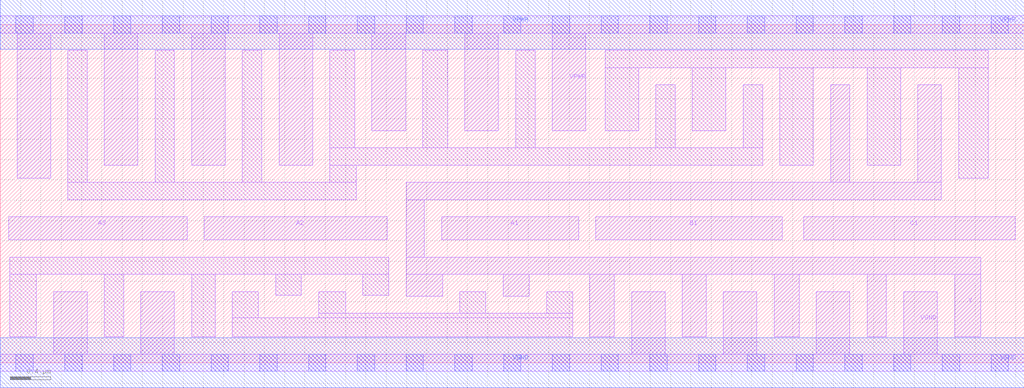
<source format=lef>
# Copyright 2020 The SkyWater PDK Authors
#
# Licensed under the Apache License, Version 2.0 (the "License");
# you may not use this file except in compliance with the License.
# You may obtain a copy of the License at
#
#     https://www.apache.org/licenses/LICENSE-2.0
#
# Unless required by applicable law or agreed to in writing, software
# distributed under the License is distributed on an "AS IS" BASIS,
# WITHOUT WARRANTIES OR CONDITIONS OF ANY KIND, either express or implied.
# See the License for the specific language governing permissions and
# limitations under the License.
#
# SPDX-License-Identifier: Apache-2.0

VERSION 5.7 ;
  NAMESCASESENSITIVE ON ;
  NOWIREEXTENSIONATPIN ON ;
  DIVIDERCHAR "/" ;
  BUSBITCHARS "[]" ;
UNITS
  DATABASE MICRONS 200 ;
END UNITS
MACRO sky130_fd_sc_lp__a311oi_4
  CLASS CORE ;
  SOURCE USER ;
  FOREIGN sky130_fd_sc_lp__a311oi_4 ;
  ORIGIN  0.000000  0.000000 ;
  SIZE  10.08000 BY  3.330000 ;
  SYMMETRY X Y R90 ;
  SITE unit ;
  PIN A1
    ANTENNAGATEAREA  1.260000 ;
    DIRECTION INPUT ;
    USE SIGNAL ;
    PORT
      LAYER li1 ;
        RECT 4.345000 1.210000 5.695000 1.435000 ;
    END
  END A1
  PIN A2
    ANTENNAGATEAREA  1.260000 ;
    DIRECTION INPUT ;
    USE SIGNAL ;
    PORT
      LAYER li1 ;
        RECT 2.010000 1.210000 3.810000 1.435000 ;
    END
  END A2
  PIN A3
    ANTENNAGATEAREA  1.260000 ;
    DIRECTION INPUT ;
    USE SIGNAL ;
    PORT
      LAYER li1 ;
        RECT 0.085000 1.210000 1.840000 1.435000 ;
    END
  END A3
  PIN B1
    ANTENNAGATEAREA  1.260000 ;
    DIRECTION INPUT ;
    USE SIGNAL ;
    PORT
      LAYER li1 ;
        RECT 5.865000 1.210000 7.700000 1.435000 ;
    END
  END B1
  PIN C1
    ANTENNAGATEAREA  1.260000 ;
    DIRECTION INPUT ;
    USE SIGNAL ;
    PORT
      LAYER li1 ;
        RECT 7.910000 1.210000 9.995000 1.435000 ;
    END
  END C1
  PIN Y
    ANTENNADIFFAREA  2.335200 ;
    DIRECTION OUTPUT ;
    USE SIGNAL ;
    PORT
      LAYER li1 ;
        RECT 3.995000 0.655000 4.355000 0.870000 ;
        RECT 3.995000 0.870000 9.655000 1.040000 ;
        RECT 3.995000 1.040000 4.175000 1.605000 ;
        RECT 3.995000 1.605000 9.265000 1.775000 ;
        RECT 4.950000 0.655000 5.210000 0.870000 ;
        RECT 5.805000 0.255000 6.045000 0.870000 ;
        RECT 6.715000 0.255000 6.950000 0.870000 ;
        RECT 7.620000 0.255000 7.865000 0.870000 ;
        RECT 8.175000 1.775000 8.365000 2.735000 ;
        RECT 8.535000 0.255000 8.725000 0.870000 ;
        RECT 9.035000 1.775000 9.265000 2.735000 ;
        RECT 9.395000 0.255000 9.655000 0.870000 ;
    END
  END Y
  PIN VGND
    DIRECTION INOUT ;
    USE GROUND ;
    PORT
      LAYER li1 ;
        RECT 0.000000 -0.085000 10.080000 0.085000 ;
        RECT 0.525000  0.085000  0.855000 0.700000 ;
        RECT 1.385000  0.085000  1.715000 0.700000 ;
        RECT 6.215000  0.085000  6.545000 0.700000 ;
        RECT 7.120000  0.085000  7.450000 0.700000 ;
        RECT 8.035000  0.085000  8.365000 0.700000 ;
        RECT 8.895000  0.085000  9.225000 0.700000 ;
      LAYER mcon ;
        RECT 0.155000 -0.085000 0.325000 0.085000 ;
        RECT 0.635000 -0.085000 0.805000 0.085000 ;
        RECT 1.115000 -0.085000 1.285000 0.085000 ;
        RECT 1.595000 -0.085000 1.765000 0.085000 ;
        RECT 2.075000 -0.085000 2.245000 0.085000 ;
        RECT 2.555000 -0.085000 2.725000 0.085000 ;
        RECT 3.035000 -0.085000 3.205000 0.085000 ;
        RECT 3.515000 -0.085000 3.685000 0.085000 ;
        RECT 3.995000 -0.085000 4.165000 0.085000 ;
        RECT 4.475000 -0.085000 4.645000 0.085000 ;
        RECT 4.955000 -0.085000 5.125000 0.085000 ;
        RECT 5.435000 -0.085000 5.605000 0.085000 ;
        RECT 5.915000 -0.085000 6.085000 0.085000 ;
        RECT 6.395000 -0.085000 6.565000 0.085000 ;
        RECT 6.875000 -0.085000 7.045000 0.085000 ;
        RECT 7.355000 -0.085000 7.525000 0.085000 ;
        RECT 7.835000 -0.085000 8.005000 0.085000 ;
        RECT 8.315000 -0.085000 8.485000 0.085000 ;
        RECT 8.795000 -0.085000 8.965000 0.085000 ;
        RECT 9.275000 -0.085000 9.445000 0.085000 ;
        RECT 9.755000 -0.085000 9.925000 0.085000 ;
      LAYER met1 ;
        RECT 0.000000 -0.245000 10.080000 0.245000 ;
    END
  END VGND
  PIN VPWR
    DIRECTION INOUT ;
    USE POWER ;
    PORT
      LAYER li1 ;
        RECT 0.000000 3.245000 10.080000 3.415000 ;
        RECT 0.165000 1.815000  0.495000 3.245000 ;
        RECT 1.025000 1.945000  1.355000 3.245000 ;
        RECT 1.885000 1.945000  2.215000 3.245000 ;
        RECT 2.745000 1.945000  3.075000 3.245000 ;
        RECT 3.660000 2.285000  3.990000 3.245000 ;
        RECT 4.575000 2.285000  4.905000 3.245000 ;
        RECT 5.435000 2.285000  5.765000 3.245000 ;
      LAYER mcon ;
        RECT 0.155000 3.245000 0.325000 3.415000 ;
        RECT 0.635000 3.245000 0.805000 3.415000 ;
        RECT 1.115000 3.245000 1.285000 3.415000 ;
        RECT 1.595000 3.245000 1.765000 3.415000 ;
        RECT 2.075000 3.245000 2.245000 3.415000 ;
        RECT 2.555000 3.245000 2.725000 3.415000 ;
        RECT 3.035000 3.245000 3.205000 3.415000 ;
        RECT 3.515000 3.245000 3.685000 3.415000 ;
        RECT 3.995000 3.245000 4.165000 3.415000 ;
        RECT 4.475000 3.245000 4.645000 3.415000 ;
        RECT 4.955000 3.245000 5.125000 3.415000 ;
        RECT 5.435000 3.245000 5.605000 3.415000 ;
        RECT 5.915000 3.245000 6.085000 3.415000 ;
        RECT 6.395000 3.245000 6.565000 3.415000 ;
        RECT 6.875000 3.245000 7.045000 3.415000 ;
        RECT 7.355000 3.245000 7.525000 3.415000 ;
        RECT 7.835000 3.245000 8.005000 3.415000 ;
        RECT 8.315000 3.245000 8.485000 3.415000 ;
        RECT 8.795000 3.245000 8.965000 3.415000 ;
        RECT 9.275000 3.245000 9.445000 3.415000 ;
        RECT 9.755000 3.245000 9.925000 3.415000 ;
      LAYER met1 ;
        RECT 0.000000 3.085000 10.080000 3.575000 ;
    END
  END VPWR
  OBS
    LAYER li1 ;
      RECT 0.095000 0.255000 0.355000 0.870000 ;
      RECT 0.095000 0.870000 3.825000 1.040000 ;
      RECT 0.665000 1.605000 3.505000 1.775000 ;
      RECT 0.665000 1.775000 0.855000 3.075000 ;
      RECT 1.025000 0.255000 1.215000 0.870000 ;
      RECT 1.525000 1.775000 1.715000 3.075000 ;
      RECT 1.885000 0.255000 2.115000 0.870000 ;
      RECT 2.285000 0.255000 5.635000 0.445000 ;
      RECT 2.285000 0.445000 2.540000 0.700000 ;
      RECT 2.385000 1.775000 2.575000 3.075000 ;
      RECT 2.710000 0.665000 2.965000 0.870000 ;
      RECT 3.135000 0.445000 5.635000 0.485000 ;
      RECT 3.135000 0.485000 3.400000 0.700000 ;
      RECT 3.245000 1.775000 3.505000 1.945000 ;
      RECT 3.245000 1.945000 7.505000 2.115000 ;
      RECT 3.245000 2.115000 3.490000 3.075000 ;
      RECT 3.570000 0.665000 3.825000 0.870000 ;
      RECT 4.160000 2.115000 4.405000 3.075000 ;
      RECT 4.525000 0.485000 4.780000 0.700000 ;
      RECT 5.075000 2.115000 5.265000 3.075000 ;
      RECT 5.380000 0.485000 5.635000 0.700000 ;
      RECT 5.955000 2.285000 6.285000 2.905000 ;
      RECT 5.955000 2.905000 9.725000 3.075000 ;
      RECT 6.455000 2.115000 6.645000 2.735000 ;
      RECT 6.815000 2.285000 7.145000 2.905000 ;
      RECT 7.315000 2.115000 7.505000 2.735000 ;
      RECT 7.675000 1.945000 8.005000 2.905000 ;
      RECT 8.535000 1.945000 8.865000 2.905000 ;
      RECT 9.435000 1.815000 9.725000 2.905000 ;
  END
END sky130_fd_sc_lp__a311oi_4

</source>
